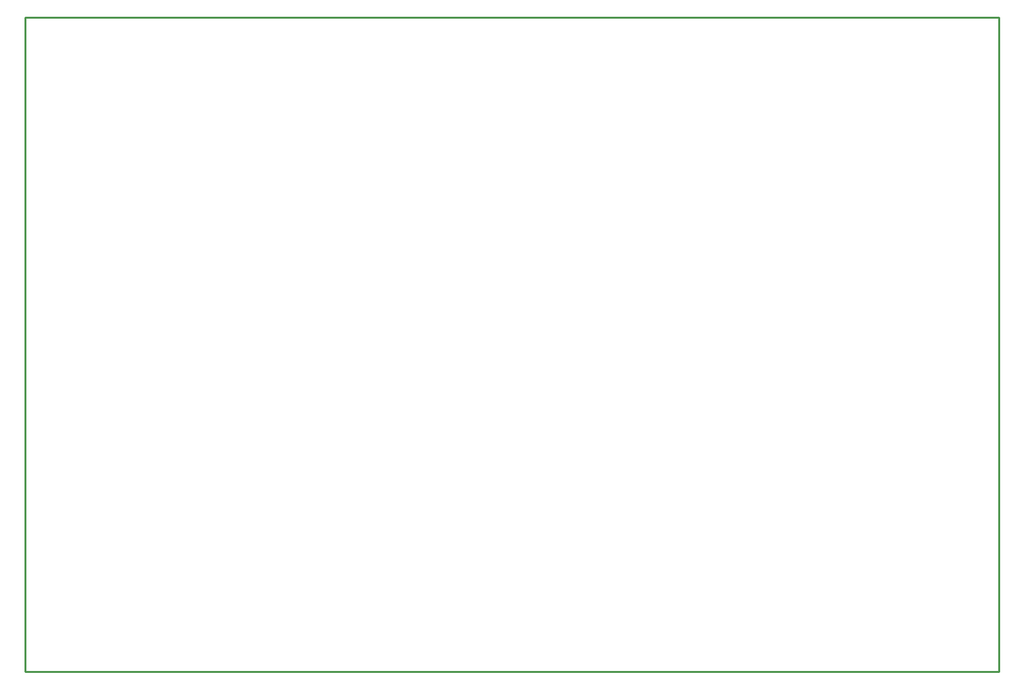
<source format=gko>
G04 Layer: BoardOutline*
G04 EasyEDA v6.4.19.5, 2021-05-20T10:28:44+07:00*
G04 27e653f2f64e4e94b3cc02e3c5d75013,8de9fd2be1ea41df81dd73b3f080cf7e,10*
G04 Gerber Generator version 0.2*
G04 Scale: 100 percent, Rotated: No, Reflected: No *
G04 Dimensions in millimeters *
G04 leading zeros omitted , absolute positions ,4 integer and 5 decimal *
%FSLAX45Y45*%
%MOMM*%

%ADD10C,0.2540*%
D10*
X700001Y8999999D02*
G01*
X13500000Y8999999D01*
X13500000Y399999D01*
X700001Y399999D01*
X700001Y8999999D01*

%LPD*%
M02*

</source>
